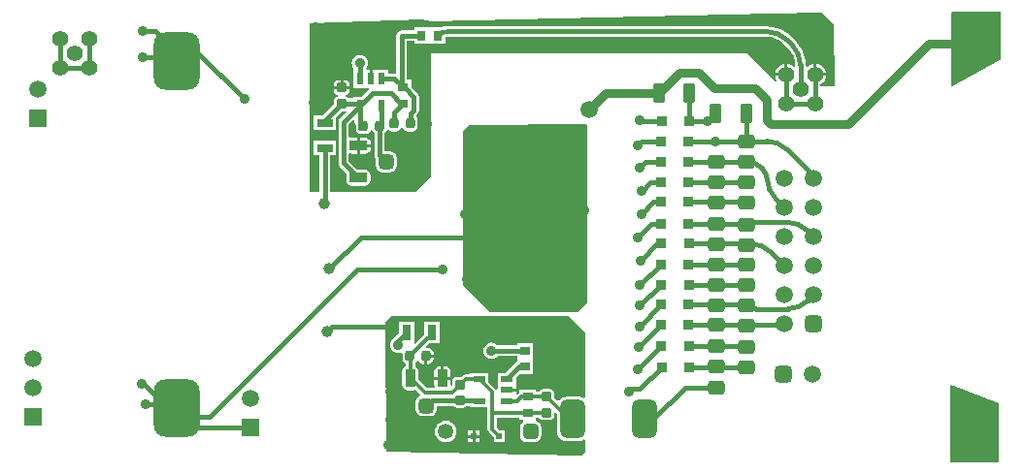
<source format=gbl>
G04 Layer_Physical_Order=2*
G04 Layer_Color=16711680*
%FSLAX25Y25*%
%MOIN*%
G70*
G01*
G75*
%ADD10C,0.01575*%
G04:AMPARAMS|DCode=11|XSize=35.43mil|YSize=31.5mil|CornerRadius=7.87mil|HoleSize=0mil|Usage=FLASHONLY|Rotation=0.000|XOffset=0mil|YOffset=0mil|HoleType=Round|Shape=RoundedRectangle|*
%AMROUNDEDRECTD11*
21,1,0.03543,0.01575,0,0,0.0*
21,1,0.01969,0.03150,0,0,0.0*
1,1,0.01575,0.00984,-0.00787*
1,1,0.01575,-0.00984,-0.00787*
1,1,0.01575,-0.00984,0.00787*
1,1,0.01575,0.00984,0.00787*
%
%ADD11ROUNDEDRECTD11*%
G04:AMPARAMS|DCode=12|XSize=35.43mil|YSize=31.5mil|CornerRadius=7.87mil|HoleSize=0mil|Usage=FLASHONLY|Rotation=90.000|XOffset=0mil|YOffset=0mil|HoleType=Round|Shape=RoundedRectangle|*
%AMROUNDEDRECTD12*
21,1,0.03543,0.01575,0,0,90.0*
21,1,0.01969,0.03150,0,0,90.0*
1,1,0.01575,0.00787,0.00984*
1,1,0.01575,0.00787,-0.00984*
1,1,0.01575,-0.00787,-0.00984*
1,1,0.01575,-0.00787,0.00984*
%
%ADD12ROUNDEDRECTD12*%
%ADD16R,0.03543X0.03543*%
%ADD17R,0.05512X0.03150*%
%ADD18R,0.03150X0.03543*%
G04:AMPARAMS|DCode=21|XSize=66.93mil|YSize=43.31mil|CornerRadius=10.83mil|HoleSize=0mil|Usage=FLASHONLY|Rotation=270.000|XOffset=0mil|YOffset=0mil|HoleType=Round|Shape=RoundedRectangle|*
%AMROUNDEDRECTD21*
21,1,0.06693,0.02165,0,0,270.0*
21,1,0.04528,0.04331,0,0,270.0*
1,1,0.02165,-0.01083,-0.02264*
1,1,0.02165,-0.01083,0.02264*
1,1,0.02165,0.01083,0.02264*
1,1,0.02165,0.01083,-0.02264*
%
%ADD21ROUNDEDRECTD21*%
%ADD26C,0.03150*%
%ADD27R,0.05906X0.05906*%
%ADD28C,0.05906*%
G04:AMPARAMS|DCode=29|XSize=59.06mil|YSize=59.06mil|CornerRadius=14.76mil|HoleSize=0mil|Usage=FLASHONLY|Rotation=90.000|XOffset=0mil|YOffset=0mil|HoleType=Round|Shape=RoundedRectangle|*
%AMROUNDEDRECTD29*
21,1,0.05906,0.02953,0,0,90.0*
21,1,0.02953,0.05906,0,0,90.0*
1,1,0.02953,0.01476,0.01476*
1,1,0.02953,0.01476,-0.01476*
1,1,0.02953,-0.01476,-0.01476*
1,1,0.02953,-0.01476,0.01476*
%
%ADD29ROUNDEDRECTD29*%
G04:AMPARAMS|DCode=30|XSize=59.06mil|YSize=59.06mil|CornerRadius=14.76mil|HoleSize=0mil|Usage=FLASHONLY|Rotation=0.000|XOffset=0mil|YOffset=0mil|HoleType=Round|Shape=RoundedRectangle|*
%AMROUNDEDRECTD30*
21,1,0.05906,0.02953,0,0,0.0*
21,1,0.02953,0.05906,0,0,0.0*
1,1,0.02953,0.01476,-0.01476*
1,1,0.02953,-0.01476,-0.01476*
1,1,0.02953,-0.01476,0.01476*
1,1,0.02953,0.01476,0.01476*
%
%ADD30ROUNDEDRECTD30*%
%ADD31C,0.05512*%
G04:AMPARAMS|DCode=32|XSize=53.15mil|YSize=53.15mil|CornerRadius=13.29mil|HoleSize=0mil|Usage=FLASHONLY|Rotation=180.000|XOffset=0mil|YOffset=0mil|HoleType=Round|Shape=RoundedRectangle|*
%AMROUNDEDRECTD32*
21,1,0.05315,0.02658,0,0,180.0*
21,1,0.02658,0.05315,0,0,180.0*
1,1,0.02658,-0.01329,0.01329*
1,1,0.02658,0.01329,0.01329*
1,1,0.02658,0.01329,-0.01329*
1,1,0.02658,-0.01329,-0.01329*
%
%ADD32ROUNDEDRECTD32*%
%ADD33C,0.05315*%
%ADD34C,0.03543*%
%ADD35C,0.03937*%
G04:AMPARAMS|DCode=36|XSize=196.85mil|YSize=157.48mil|CornerRadius=39.37mil|HoleSize=0mil|Usage=FLASHONLY|Rotation=90.000|XOffset=0mil|YOffset=0mil|HoleType=Round|Shape=RoundedRectangle|*
%AMROUNDEDRECTD36*
21,1,0.19685,0.07874,0,0,90.0*
21,1,0.11811,0.15748,0,0,90.0*
1,1,0.07874,0.03937,0.05906*
1,1,0.07874,0.03937,-0.05906*
1,1,0.07874,-0.03937,-0.05906*
1,1,0.07874,-0.03937,0.05906*
%
%ADD36ROUNDEDRECTD36*%
G04:AMPARAMS|DCode=37|XSize=51.18mil|YSize=51.18mil|CornerRadius=12.8mil|HoleSize=0mil|Usage=FLASHONLY|Rotation=90.000|XOffset=0mil|YOffset=0mil|HoleType=Round|Shape=RoundedRectangle|*
%AMROUNDEDRECTD37*
21,1,0.05118,0.02559,0,0,90.0*
21,1,0.02559,0.05118,0,0,90.0*
1,1,0.02559,0.01280,0.01280*
1,1,0.02559,0.01280,-0.01280*
1,1,0.02559,-0.01280,-0.01280*
1,1,0.02559,-0.01280,0.01280*
%
%ADD37ROUNDEDRECTD37*%
G04:AMPARAMS|DCode=38|XSize=62.99mil|YSize=35.43mil|CornerRadius=8.86mil|HoleSize=0mil|Usage=FLASHONLY|Rotation=0.000|XOffset=0mil|YOffset=0mil|HoleType=Round|Shape=RoundedRectangle|*
%AMROUNDEDRECTD38*
21,1,0.06299,0.01772,0,0,0.0*
21,1,0.04528,0.03543,0,0,0.0*
1,1,0.01772,0.02264,-0.00886*
1,1,0.01772,-0.02264,-0.00886*
1,1,0.01772,-0.02264,0.00886*
1,1,0.01772,0.02264,0.00886*
%
%ADD38ROUNDEDRECTD38*%
%ADD39R,0.03543X0.03150*%
%ADD40R,0.02362X0.04331*%
%ADD41R,0.01969X0.01969*%
G04:AMPARAMS|DCode=42|XSize=62.99mil|YSize=35.43mil|CornerRadius=8.86mil|HoleSize=0mil|Usage=FLASHONLY|Rotation=270.000|XOffset=0mil|YOffset=0mil|HoleType=Round|Shape=RoundedRectangle|*
%AMROUNDEDRECTD42*
21,1,0.06299,0.01772,0,0,270.0*
21,1,0.04528,0.03543,0,0,270.0*
1,1,0.01772,-0.00886,-0.02264*
1,1,0.01772,-0.00886,0.02264*
1,1,0.01772,0.00886,0.02264*
1,1,0.01772,0.00886,-0.02264*
%
%ADD42ROUNDEDRECTD42*%
G04:AMPARAMS|DCode=43|XSize=51.18mil|YSize=51.18mil|CornerRadius=12.8mil|HoleSize=0mil|Usage=FLASHONLY|Rotation=0.000|XOffset=0mil|YOffset=0mil|HoleType=Round|Shape=RoundedRectangle|*
%AMROUNDEDRECTD43*
21,1,0.05118,0.02559,0,0,0.0*
21,1,0.02559,0.05118,0,0,0.0*
1,1,0.02559,0.01280,-0.01280*
1,1,0.02559,-0.01280,-0.01280*
1,1,0.02559,-0.01280,0.01280*
1,1,0.02559,0.01280,0.01280*
%
%ADD43ROUNDEDRECTD43*%
%ADD44R,0.03150X0.05512*%
%ADD45R,0.04331X0.02362*%
G04:AMPARAMS|DCode=46|XSize=131.89mil|YSize=86.61mil|CornerRadius=21.65mil|HoleSize=0mil|Usage=FLASHONLY|Rotation=90.000|XOffset=0mil|YOffset=0mil|HoleType=Round|Shape=RoundedRectangle|*
%AMROUNDEDRECTD46*
21,1,0.13189,0.04331,0,0,90.0*
21,1,0.08858,0.08661,0,0,90.0*
1,1,0.04331,0.02165,0.04429*
1,1,0.04331,0.02165,-0.04429*
1,1,0.04331,-0.02165,-0.04429*
1,1,0.04331,-0.02165,0.04429*
%
%ADD46ROUNDEDRECTD46*%
G04:AMPARAMS|DCode=47|XSize=59.06mil|YSize=47.24mil|CornerRadius=11.81mil|HoleSize=0mil|Usage=FLASHONLY|Rotation=0.000|XOffset=0mil|YOffset=0mil|HoleType=Round|Shape=RoundedRectangle|*
%AMROUNDEDRECTD47*
21,1,0.05906,0.02362,0,0,0.0*
21,1,0.03543,0.04724,0,0,0.0*
1,1,0.02362,0.01772,-0.01181*
1,1,0.02362,-0.01772,-0.01181*
1,1,0.02362,-0.01772,0.01181*
1,1,0.02362,0.01772,0.01181*
%
%ADD47ROUNDEDRECTD47*%
%ADD48C,0.01181*%
G36*
X340748Y139862D02*
X340650Y139764D01*
X324276Y130705D01*
X323845Y130959D01*
X323787Y156142D01*
X324141Y156496D01*
X340748Y156496D01*
Y139862D01*
D02*
G37*
G36*
X198917Y117363D02*
Y56693D01*
X195571Y53347D01*
X165256D01*
X156102Y62500D01*
Y115453D01*
X158268Y117618D01*
X198563Y117716D01*
X198917Y117363D01*
D02*
G37*
G36*
X198130Y46358D02*
Y23914D01*
X197681Y23693D01*
X197651Y23716D01*
X196885Y24033D01*
X196063Y24141D01*
X191732D01*
X190910Y24033D01*
X190144Y23716D01*
X189486Y23211D01*
X189198Y22835D01*
X188560Y22766D01*
X187633Y23693D01*
Y25000D01*
X187496Y25691D01*
X187104Y26277D01*
X186518Y26669D01*
X185827Y26806D01*
X183858D01*
X183167Y26669D01*
X182581Y26277D01*
X182209Y25720D01*
X181201D01*
Y26673D01*
X175689D01*
Y25548D01*
X175243Y25250D01*
X175243Y25249D01*
X174887Y24894D01*
X174425Y25085D01*
Y25934D01*
X171260D01*
Y26934D01*
X174425D01*
Y28616D01*
X174409D01*
Y30770D01*
X175530Y31890D01*
X180315D01*
Y36902D01*
X180315Y37008D01*
Y37402D01*
X180315Y37508D01*
Y42520D01*
X174803D01*
Y41767D01*
X168131D01*
X168009Y41926D01*
X167433Y42368D01*
X166763Y42646D01*
X166043Y42740D01*
X165324Y42646D01*
X164654Y42368D01*
X164078Y41926D01*
X163636Y41350D01*
X163358Y40680D01*
X163264Y39961D01*
X163358Y39241D01*
X163636Y38571D01*
X164078Y37995D01*
X164654Y37553D01*
X165324Y37276D01*
X166043Y37181D01*
X166763Y37276D01*
X167433Y37553D01*
X168009Y37995D01*
X168131Y38154D01*
X174803D01*
Y37508D01*
X174803Y37402D01*
Y37008D01*
X174803Y36902D01*
Y36091D01*
X174257Y35726D01*
X170871Y32340D01*
X168110D01*
Y28616D01*
X168095D01*
Y26705D01*
X167595Y26553D01*
X167376Y26881D01*
X167376Y26881D01*
X164961Y29296D01*
Y32340D01*
X158661D01*
Y31780D01*
X157143D01*
X157143Y31780D01*
X156529Y31658D01*
X156008Y31310D01*
X155638Y30940D01*
X154331D01*
X153639Y30803D01*
X153053Y30411D01*
X152662Y29825D01*
X152524Y29134D01*
Y28095D01*
X152407Y28020D01*
X152255Y28060D01*
X151923Y28304D01*
Y29913D01*
X149114D01*
X146306D01*
Y28150D01*
X146415Y27598D01*
X146107Y27098D01*
X143834D01*
X140922Y30010D01*
Y32795D01*
X140777Y33525D01*
X140364Y34143D01*
X139745Y34557D01*
X139736Y34559D01*
Y35614D01*
X140057Y35829D01*
X140448Y36415D01*
X140485Y36600D01*
X140995D01*
X141033Y36409D01*
X141428Y35818D01*
X142019Y35423D01*
X142717Y35284D01*
X143004D01*
Y38091D01*
X143504D01*
Y38591D01*
X146114D01*
Y39075D01*
X145975Y39772D01*
X145580Y40363D01*
X144989Y40759D01*
X144291Y40897D01*
X143723D01*
X143532Y41359D01*
X144692Y42520D01*
X148130D01*
Y50000D01*
X143012D01*
Y45381D01*
X139840Y42209D01*
X139469Y42545D01*
Y50000D01*
X134351D01*
Y46255D01*
X132679Y44584D01*
X132400Y44166D01*
X131991Y43852D01*
X131549Y43277D01*
X131272Y42606D01*
X131177Y41887D01*
X131272Y41167D01*
X131549Y40497D01*
X131991Y39921D01*
X132567Y39479D01*
X133237Y39202D01*
X133957Y39107D01*
X134676Y39202D01*
X134935Y39309D01*
X135151Y39200D01*
X135398Y38960D01*
Y37106D01*
X135536Y36415D01*
X135927Y35829D01*
X136513Y35438D01*
X136524Y35435D01*
Y34559D01*
X136514Y34557D01*
X135896Y34143D01*
X135483Y33525D01*
X135337Y32795D01*
Y28268D01*
X135483Y27538D01*
X135896Y26919D01*
X136514Y26506D01*
X137244Y26361D01*
X139016D01*
X139745Y26506D01*
X139829Y26562D01*
X141526Y24865D01*
X141360Y24323D01*
X140691Y23876D01*
X140190Y23127D01*
X140015Y22244D01*
Y19685D01*
X140190Y18802D01*
X140691Y18053D01*
X141440Y17553D01*
X142323Y17377D01*
X144882D01*
X145765Y17553D01*
X146514Y18053D01*
X147014Y18802D01*
X147190Y19685D01*
Y21028D01*
X152881D01*
X153053Y20770D01*
X153639Y20378D01*
X154331Y20241D01*
X156299D01*
X156990Y20378D01*
X157576Y20770D01*
X157749Y21028D01*
X158661D01*
Y20529D01*
X164635D01*
Y12992D01*
X164635Y12992D01*
X164757Y12378D01*
X165105Y11857D01*
X166732Y10229D01*
Y8563D01*
X170669D01*
Y12500D01*
X169003D01*
X167846Y13657D01*
Y16997D01*
X175689D01*
Y16043D01*
X176865D01*
X177017Y15543D01*
X176472Y15179D01*
X175961Y14414D01*
X175782Y13512D01*
Y10854D01*
X175961Y9952D01*
X176472Y9187D01*
X177237Y8676D01*
X178140Y8496D01*
X180797D01*
X181700Y8676D01*
X182465Y9187D01*
X182976Y9952D01*
X183156Y10854D01*
Y13512D01*
X182976Y14414D01*
X182465Y15179D01*
X181700Y15691D01*
X181566Y15717D01*
X181201Y16043D01*
X181201Y16300D01*
Y16997D01*
X182340D01*
X182581Y16636D01*
X183167Y16244D01*
X183858Y16107D01*
X185827D01*
X186518Y16244D01*
X187104Y16636D01*
X187496Y17222D01*
X187633Y17913D01*
Y18498D01*
X188095Y18689D01*
X188555Y18229D01*
Y12106D01*
X188664Y11284D01*
X188981Y10518D01*
X189486Y9860D01*
X190144Y9355D01*
X190910Y9038D01*
X191732Y8929D01*
X196063D01*
X196885Y9038D01*
X197651Y9355D01*
X197681Y9378D01*
X198130Y9157D01*
Y5118D01*
X196910Y3898D01*
X129807Y5093D01*
X129528Y49902D01*
X131595Y51968D01*
X192520D01*
X198130Y46358D01*
D02*
G37*
G36*
X340256Y21987D02*
X340354Y21888D01*
Y1772D01*
X339999Y1420D01*
X328313Y1558D01*
X323622Y1641D01*
Y27846D01*
X324033Y28130D01*
X340256Y21987D01*
D02*
G37*
G36*
X283563Y152362D02*
X283853Y131360D01*
X283502Y131004D01*
X278810D01*
X278710Y131504D01*
X279040Y131641D01*
X279824Y132243D01*
X280427Y133027D01*
X280805Y133941D01*
X280868Y134421D01*
X277146D01*
Y134921D01*
X276646D01*
Y138644D01*
X276165Y138581D01*
X275252Y138202D01*
X274581Y137688D01*
X274158Y137789D01*
X274038Y137862D01*
X273954Y138082D01*
X273954D01*
X273808Y139929D01*
X273376Y141731D01*
X272667Y143443D01*
X271699Y145023D01*
X270495Y146432D01*
X270494Y146431D01*
X268872Y148053D01*
X268873Y148054D01*
X267464Y149258D01*
X265884Y150226D01*
X264172Y150935D01*
X262370Y151367D01*
X260523Y151513D01*
Y151511D01*
X150866D01*
X150832Y151504D01*
X149597Y151383D01*
X148608Y151083D01*
X144980D01*
Y151083D01*
X144980D01*
X144980Y151083D01*
X144587D01*
X144587D01*
Y151083D01*
X139469D01*
Y150133D01*
X135138D01*
X134447Y149996D01*
X133861Y149604D01*
X133469Y149018D01*
X133331Y148327D01*
Y135594D01*
X132945Y135276D01*
X132724Y135320D01*
X130502D01*
Y136664D01*
X126778D01*
Y136679D01*
X125097D01*
Y133514D01*
X124097D01*
Y136679D01*
X123260D01*
X123014Y137179D01*
X123175Y137390D01*
X123453Y138060D01*
X123547Y138779D01*
X123453Y139499D01*
X123175Y140169D01*
X122733Y140745D01*
X122158Y141187D01*
X121487Y141464D01*
X120768Y141559D01*
X120048Y141464D01*
X119378Y141187D01*
X118802Y140745D01*
X118360Y140169D01*
X118083Y139499D01*
X117988Y138779D01*
X118083Y138060D01*
X118360Y137390D01*
X118572Y137114D01*
X118691Y136664D01*
X118691Y136664D01*
X118691D01*
X118691Y136664D01*
Y130364D01*
X122416D01*
Y130349D01*
X123997D01*
X124148Y129849D01*
X123959Y129722D01*
X121452Y127215D01*
X118691D01*
Y126708D01*
X117001D01*
X116829Y126966D01*
X116243Y127358D01*
X116058Y127395D01*
Y127904D01*
X116249Y127942D01*
X116840Y128337D01*
X117235Y128929D01*
X117374Y129626D01*
Y129913D01*
X111760D01*
Y129626D01*
X111899Y128929D01*
X112294Y128337D01*
X112885Y127942D01*
X113076Y127904D01*
Y127395D01*
X112891Y127358D01*
X112305Y126966D01*
X111914Y126380D01*
X111776Y125689D01*
Y124666D01*
X107977Y120866D01*
X105020D01*
Y115748D01*
X112500D01*
Y120280D01*
X114528Y122308D01*
X115551D01*
X115909Y122379D01*
X116155Y121918D01*
X113979Y119742D01*
X113587Y119156D01*
X113450Y118465D01*
Y104449D01*
X113587Y103758D01*
X113979Y103172D01*
X116207Y100944D01*
X116085Y100335D01*
Y98563D01*
X116231Y97833D01*
X116644Y97215D01*
X117262Y96801D01*
X117992Y96656D01*
X122520D01*
X123249Y96801D01*
X123868Y97215D01*
X124281Y97833D01*
X124426Y98563D01*
Y100335D01*
X124281Y101064D01*
X123868Y101683D01*
X123249Y102096D01*
X122520Y102241D01*
X120018D01*
X117062Y105197D01*
Y107424D01*
X117562Y107734D01*
X118110Y107624D01*
X119874D01*
Y110433D01*
Y113242D01*
X118110D01*
X117562Y113133D01*
X117062Y113442D01*
Y117716D01*
X118588Y119242D01*
X119050Y119051D01*
Y118612D01*
X119188Y117921D01*
X119454Y117523D01*
Y116339D01*
X119591Y115647D01*
X119983Y115061D01*
X120569Y114670D01*
X121260Y114532D01*
X122835D01*
X123526Y114670D01*
X124112Y115061D01*
X124504Y115647D01*
X124548Y115872D01*
X125058D01*
X125103Y115647D01*
X125494Y115061D01*
X125753Y114889D01*
Y107185D01*
X125890Y106494D01*
X126235Y105977D01*
Y103642D01*
X126411Y102758D01*
X126911Y102010D01*
X127660Y101509D01*
X128543Y101334D01*
X131102D01*
X131986Y101509D01*
X132735Y102010D01*
X133235Y102758D01*
X133411Y103642D01*
Y106201D01*
X133235Y107084D01*
X132735Y107833D01*
X131986Y108333D01*
X131102Y108509D01*
X129365D01*
Y114889D01*
X129624Y115061D01*
X130015Y115647D01*
X130023Y115684D01*
X130307Y115779D01*
X130559Y115819D01*
X131100Y115457D01*
X131791Y115320D01*
X133366D01*
X134057Y115457D01*
X134643Y115849D01*
X135035Y116435D01*
X135080Y116660D01*
X135590D01*
X135634Y116435D01*
X136026Y115849D01*
X136612Y115457D01*
X137303Y115320D01*
X138878D01*
X139569Y115457D01*
X140155Y115849D01*
X140547Y116435D01*
X140684Y117126D01*
Y119095D01*
X140547Y119786D01*
X140155Y120372D01*
X140110Y120973D01*
X140549Y121412D01*
X140940Y121998D01*
X141078Y122689D01*
Y127306D01*
X140940Y127998D01*
X140549Y128584D01*
X138484Y130648D01*
Y133069D01*
X136944D01*
Y146520D01*
X139469D01*
Y145571D01*
X141800D01*
D01*
X144587D01*
Y145571D01*
X144587D01*
X144980D01*
X144980Y145571D01*
X144980D01*
Y145571D01*
X150098D01*
Y147803D01*
X150113Y147809D01*
X150837Y147904D01*
X150866Y147898D01*
X260523D01*
X260605Y147915D01*
X262126Y147765D01*
X263668Y147297D01*
X265089Y146538D01*
X266271Y145568D01*
X266317Y145499D01*
X267939Y143876D01*
X268009Y143830D01*
X268979Y142648D01*
X269738Y141227D01*
X270206Y139685D01*
X270356Y138164D01*
X270339Y138082D01*
Y137707D01*
X269866Y137546D01*
X269824Y137600D01*
X269040Y138202D01*
X268126Y138581D01*
X267646Y138644D01*
Y134921D01*
X267146D01*
Y134421D01*
X263423D01*
X263487Y133941D01*
X263865Y133027D01*
X263943Y132926D01*
X263566Y132596D01*
X253937Y142224D01*
X145177D01*
Y99902D01*
X139764Y94488D01*
X110566D01*
Y107087D01*
X112500D01*
Y112205D01*
X105020D01*
Y107087D01*
X106954D01*
Y94488D01*
X103543D01*
Y152657D01*
X142357Y153734D01*
X145177Y153248D01*
X262064Y155901D01*
X279705Y156220D01*
X283563Y152362D01*
D02*
G37*
%LPC*%
G36*
X162024Y12516D02*
X160539D01*
Y11032D01*
X162024D01*
Y12516D01*
D02*
G37*
G36*
X148614Y34600D02*
X148228D01*
X147493Y34454D01*
X146869Y34037D01*
X146452Y33413D01*
X146306Y32677D01*
Y30913D01*
X148614D01*
Y34600D01*
D02*
G37*
G36*
X162024Y10031D02*
X160539D01*
Y8547D01*
X162024D01*
Y10031D01*
D02*
G37*
G36*
X159539D02*
X158055D01*
Y8547D01*
X159539D01*
Y10031D01*
D02*
G37*
G36*
Y12516D02*
X158055D01*
Y11032D01*
X159539D01*
Y12516D01*
D02*
G37*
G36*
X150256Y15856D02*
X149305Y15731D01*
X148419Y15364D01*
X147659Y14781D01*
X147075Y14020D01*
X146708Y13134D01*
X146583Y12183D01*
X146708Y11232D01*
X147075Y10347D01*
X147659Y9586D01*
X148419Y9002D01*
X149305Y8635D01*
X150256Y8510D01*
X151207Y8635D01*
X152093Y9002D01*
X152853Y9586D01*
X153437Y10347D01*
X153804Y11232D01*
X153929Y12183D01*
X153804Y13134D01*
X153437Y14020D01*
X152853Y14781D01*
X152093Y15364D01*
X151207Y15731D01*
X150256Y15856D01*
D02*
G37*
G36*
X146114Y37591D02*
X144004D01*
Y35284D01*
X144291D01*
X144989Y35423D01*
X145580Y35818D01*
X145975Y36409D01*
X146114Y37106D01*
Y37591D01*
D02*
G37*
G36*
X150000Y34600D02*
X149614D01*
Y30913D01*
X151923D01*
Y32677D01*
X151776Y33413D01*
X151360Y34037D01*
X150736Y34454D01*
X150000Y34600D01*
D02*
G37*
G36*
X115551Y133023D02*
X115067D01*
Y130913D01*
X117374D01*
Y131201D01*
X117235Y131898D01*
X116840Y132489D01*
X116249Y132885D01*
X115551Y133023D01*
D02*
G37*
G36*
X114067D02*
X113583D01*
X112885Y132885D01*
X112294Y132489D01*
X111899Y131898D01*
X111760Y131201D01*
Y130913D01*
X114067D01*
Y133023D01*
D02*
G37*
G36*
X277646Y138644D02*
Y135421D01*
X280868D01*
X280805Y135902D01*
X280427Y136815D01*
X279824Y137600D01*
X279040Y138202D01*
X278126Y138581D01*
X277646Y138644D01*
D02*
G37*
G36*
X266646D02*
X266165Y138581D01*
X265251Y138202D01*
X264467Y137600D01*
X263865Y136815D01*
X263487Y135902D01*
X263423Y135421D01*
X266646D01*
Y138644D01*
D02*
G37*
G36*
X122638Y113242D02*
X120874D01*
Y110933D01*
X124561D01*
Y111319D01*
X124414Y112055D01*
X123997Y112679D01*
X123374Y113095D01*
X122638Y113242D01*
D02*
G37*
G36*
X124561Y109933D02*
X120874D01*
Y107624D01*
X122638D01*
X123374Y107771D01*
X123997Y108188D01*
X124414Y108811D01*
X124561Y109547D01*
Y109933D01*
D02*
G37*
%LPD*%
D10*
X150866Y149705D02*
G03*
X147539Y148327I0J-4705D01*
G01*
X267594Y146776D02*
G03*
X260523Y149705I-7071J-7071D01*
G01*
X272146Y138082D02*
G03*
X269217Y145153I-10000J0D01*
G01*
X265723Y48720D02*
G03*
X266673Y49114I0J1344D01*
G01*
X253543Y55709D02*
G03*
X256870Y54331I3327J3327D01*
G01*
X267748D02*
G03*
X274819Y57260I0J10000D01*
G01*
X261945Y73843D02*
G03*
X254874Y76772I-7071J-7071D01*
G01*
X254535Y84154D02*
G03*
X253347Y83661I0J-1680D01*
G01*
X274563Y81225D02*
G03*
X267492Y84154I-7071J-7071D01*
G01*
X254842Y104823D02*
G03*
X253642Y104921I-1200J-7267D01*
G01*
X258862Y102752D02*
G03*
X258859Y102755I-4665J-4659D01*
G01*
X260731Y98973D02*
G03*
X258862Y102752I-6534J-880D01*
G01*
X254842Y104823D02*
G03*
X253642Y104921I-1200J-7267D01*
G01*
X260790Y98093D02*
G03*
X258859Y102755I-6593J0D01*
G01*
X258850Y102764D02*
G03*
X253642Y104921I-5208J-5208D01*
G01*
X260728Y99201D02*
G03*
X263657Y92130I10000J0D01*
G01*
X276673Y99114D02*
G03*
X276116Y100458I-1901J0D01*
G01*
X267496Y109079D02*
G03*
X260425Y112008I-7071J-7071D01*
G01*
X18032Y137323D02*
Y147323D01*
Y137323D02*
X28032D01*
Y147028D01*
X135728Y130509D02*
X136068D01*
X139272Y127306D01*
Y122689D02*
Y127306D01*
X138091Y121508D02*
X139272Y122689D01*
X138091Y118110D02*
Y121508D01*
X132579Y121848D02*
X135728Y124998D01*
X132579Y118110D02*
Y121848D01*
X127559Y107185D02*
X129823Y104921D01*
X127559Y107185D02*
Y117421D01*
X120857Y118612D02*
Y124065D01*
Y118612D02*
X122047Y117421D01*
X127559D02*
X128337Y118199D01*
Y124065D01*
X125236Y128445D02*
X131398D01*
X120857Y124065D02*
X125236Y128445D01*
X135138Y131100D02*
Y148327D01*
X132724Y133514D02*
X135138Y131100D01*
X135728Y130509D01*
X142027Y148327D02*
X142028Y148327D01*
X135138Y148327D02*
X142027D01*
X119980Y67815D02*
X149213D01*
X69311Y17146D02*
X119980Y67815D01*
X57933Y17146D02*
X69311D01*
X109449Y46555D02*
X111221Y48327D01*
X131496D01*
X110236Y68110D02*
X121161Y79035D01*
X157776D01*
X213989Y26870D02*
X216929D01*
X57854Y139449D02*
Y142618D01*
X65059D02*
X81201Y126476D01*
X57854Y142618D02*
X65059D01*
X57933Y17146D02*
X61398Y13681D01*
X83169D01*
X108760Y90748D02*
Y109646D01*
X108661Y90650D02*
X108760Y90748D01*
X46437Y28642D02*
X53622Y21457D01*
X57933Y17146D01*
X47244Y21457D02*
X53622D01*
X45768Y28642D02*
X46437D01*
X46161Y140847D02*
X56083D01*
X57854Y142618D01*
X46063Y149902D02*
X50571D01*
X57854Y142618D01*
X267146Y124921D02*
Y134921D01*
Y124921D02*
X277146D01*
Y134921D01*
X120857Y133514D02*
Y138779D01*
X120768D02*
X120857D01*
X108760Y119095D02*
X114567Y124902D01*
X108760Y118307D02*
Y119095D01*
X120020Y124902D02*
X120857Y124065D01*
X114567Y124902D02*
X120020D01*
X115256Y118465D02*
X120857Y124065D01*
X115256Y104449D02*
Y118465D01*
Y104449D02*
X120256Y99449D01*
X131398Y128445D02*
X134845Y124998D01*
X135728D01*
X128337Y133514D02*
X132724D01*
X150866Y149705D02*
X260523D01*
X267594Y146776D02*
X269217Y145153D01*
X272146Y129921D02*
Y138082D01*
X133957Y43307D02*
X136909Y46260D01*
X133957Y41887D02*
Y43307D01*
X166043Y39961D02*
X166339Y39665D01*
X166634Y39961D01*
X177559D01*
X149114Y30413D02*
Y32480D01*
X161671Y22835D02*
X161811Y22694D01*
X155315Y22835D02*
X161671D01*
X145472D02*
X155315D01*
X143602Y20965D02*
X145472Y22835D01*
X175534Y34449D02*
X177559D01*
X171260Y30174D02*
X175534Y34449D01*
X221654Y16535D02*
X232480Y27362D01*
X218701Y16535D02*
X221654D01*
X232480Y27362D02*
X243110D01*
X242914Y48720D02*
X265723D01*
X233661Y55709D02*
X253543D01*
X256870Y54331D02*
X267748D01*
X274819Y57260D02*
X276673Y59114D01*
X243110Y76772D02*
X254874D01*
X261945Y73843D02*
X266673Y69114D01*
X254535Y84154D02*
X267492D01*
X274563Y81225D02*
X276673Y79114D01*
X242520Y104823D02*
X254842D01*
X258850Y102764D02*
X258859Y102755D01*
X258850Y102764D02*
X258850Y102764D01*
X263657Y92130D02*
X266673Y89114D01*
X267496Y109079D02*
X276116Y100458D01*
X253642Y112008D02*
X260425D01*
X233563Y83661D02*
X243110D01*
X233957Y128445D02*
X234055Y128543D01*
X233957Y118996D02*
Y128445D01*
Y118996D02*
X240157D01*
X253445Y121654D02*
X253642Y121457D01*
Y112008D02*
Y121457D01*
X242868Y111909D02*
X253543D01*
X233661D02*
X242762D01*
Y111864D02*
X242868D01*
X233661Y104823D02*
X242520D01*
X242520Y104823D01*
X242512Y104831D02*
X242520Y104823D01*
X243209Y97835D02*
X253642D01*
X233661D02*
X243110D01*
Y97736D02*
X243209Y97638D01*
X243110Y91142D02*
X253248D01*
X233661D02*
X243095D01*
X243042Y83729D02*
X243110Y83661D01*
X233760Y76772D02*
X243088D01*
Y76695D02*
X243110Y76673D01*
Y69685D02*
X253543D01*
X233563D02*
X243035D01*
Y69662D02*
X243110Y69587D01*
X243110Y62697D02*
X253445D01*
X233760D02*
X243041D01*
Y62628D02*
X243110Y62697D01*
X243209Y55315D02*
Y55512D01*
X233661Y48720D02*
X242717D01*
Y48524D02*
X242914D01*
X233760Y41634D02*
X242421D01*
Y41437D02*
X242914D01*
X243110Y34350D02*
X253544D01*
X233858D02*
X243012D01*
Y34547D02*
X243110Y34449D01*
X243209Y27165D02*
Y27264D01*
X216929Y119291D02*
X217224Y118996D01*
X224508D01*
X216339Y110630D02*
X217618Y111909D01*
X224213D01*
X216929Y102854D02*
X218898Y104823D01*
X224213D01*
X217421Y94685D02*
X220571Y97835D01*
X217421Y94685D02*
Y94784D01*
X220571Y97835D02*
X224213D01*
X217421Y87008D02*
X221555Y91142D01*
X224213D01*
X216240Y79035D02*
X220866Y83661D01*
X224114D01*
X217126Y70866D02*
X223031Y76772D01*
X224311D01*
X216831Y62402D02*
X224114Y69685D01*
X216831Y55413D02*
X217028D01*
X224311Y62697D01*
X216777Y48273D02*
X224213Y55709D01*
X216634Y41142D02*
X224213Y48720D01*
X216240Y33563D02*
X224311Y41634D01*
X216929Y26870D02*
X224410Y34350D01*
X253543Y111909D02*
X253642Y112008D01*
X253642Y97835D02*
X253642Y97835D01*
X243110Y83661D02*
X253347D01*
X253543Y69685D02*
X253642Y69587D01*
X243110Y41634D02*
X253347D01*
X253642Y41339D01*
X253544Y34350D02*
X253642Y34252D01*
D11*
X114567Y124902D02*
D03*
Y130413D02*
D03*
X155315Y28346D02*
D03*
Y22835D02*
D03*
X184843Y18701D02*
D03*
Y24213D02*
D03*
D12*
X138091Y118110D02*
D03*
X132579D02*
D03*
X122047Y117323D02*
D03*
X127559D02*
D03*
X137992Y38091D02*
D03*
X143504D02*
D03*
D16*
X233858Y34350D02*
D03*
X224410D02*
D03*
X233760Y41634D02*
D03*
X224311D02*
D03*
X233661Y48720D02*
D03*
X224213D02*
D03*
X233661Y55709D02*
D03*
X224213D02*
D03*
X233760Y62697D02*
D03*
X224311D02*
D03*
X233563Y69685D02*
D03*
X224114D02*
D03*
X233760Y76772D02*
D03*
X224311D02*
D03*
X233563Y83661D02*
D03*
X224114D02*
D03*
X233661Y91142D02*
D03*
X224213D02*
D03*
X233661Y97835D02*
D03*
X224213D02*
D03*
X233661Y104823D02*
D03*
X224213D02*
D03*
X233661Y111909D02*
D03*
X224213D02*
D03*
X233957Y118996D02*
D03*
X224508D02*
D03*
D17*
X108760Y109646D02*
D03*
Y118307D02*
D03*
D18*
X147539Y148327D02*
D03*
X142028D02*
D03*
D21*
X234055Y128543D02*
D03*
X223425D02*
D03*
X253445Y121654D02*
D03*
X242815D02*
D03*
D26*
X261910Y117815D02*
X288484D01*
X316240Y145571D02*
X330217D01*
X288484Y117815D02*
X316240Y145571D01*
X260433Y119291D02*
X261910Y117815D01*
X260433Y119291D02*
Y126279D01*
X256398Y130315D02*
X260433Y126279D01*
X242618Y130315D02*
X256398D01*
X237303Y135630D02*
X242618Y130315D01*
X230512Y135630D02*
X237303D01*
X223425Y128543D02*
X230512Y135630D01*
X199705Y123031D02*
X205216Y128543D01*
X223425D01*
D27*
X10335Y119882D02*
D03*
X83169Y13681D02*
D03*
X8563Y17126D02*
D03*
D28*
X10335Y129882D02*
D03*
X266673Y49114D02*
D03*
X276673Y59114D02*
D03*
X266673D02*
D03*
X276673Y69114D02*
D03*
X266673D02*
D03*
X276673Y79114D02*
D03*
X266673D02*
D03*
X276673Y89114D02*
D03*
X266673D02*
D03*
X276673Y99114D02*
D03*
X266673D02*
D03*
X83169Y23681D02*
D03*
X8563Y27126D02*
D03*
Y37126D02*
D03*
X276240Y31890D02*
D03*
X199705Y123031D02*
D03*
D29*
X276673Y49114D02*
D03*
D30*
X266240Y31890D02*
D03*
D31*
X267146Y124921D02*
D03*
Y134921D02*
D03*
X277146D02*
D03*
Y124921D02*
D03*
X272146Y129921D02*
D03*
X28032Y137323D02*
D03*
X18032D02*
D03*
Y147323D02*
D03*
X28032D02*
D03*
X23031Y142323D02*
D03*
D32*
X179469Y12183D02*
D03*
D33*
X150256D02*
D03*
D34*
X338779Y148819D02*
D03*
X338976Y141339D02*
D03*
X332087Y137303D02*
D03*
X325787Y135039D02*
D03*
Y141732D02*
D03*
X325886Y149213D02*
D03*
X326575Y154823D02*
D03*
X331299D02*
D03*
X334744D02*
D03*
X338779Y154626D02*
D03*
X172933Y62795D02*
D03*
X213090Y25886D02*
D03*
X81201Y126476D02*
D03*
X149213Y67815D02*
D03*
X47244Y21457D02*
D03*
X45768Y28642D02*
D03*
X46161Y140847D02*
D03*
X46063Y149902D02*
D03*
X105020Y125295D02*
D03*
X105118Y137894D02*
D03*
X105709Y151181D02*
D03*
X123425Y151476D02*
D03*
X131791D02*
D03*
X143602Y142717D02*
D03*
Y132382D02*
D03*
X143898Y117717D02*
D03*
X143307Y100689D02*
D03*
X138583Y96260D02*
D03*
X130315Y96063D02*
D03*
X113484Y96457D02*
D03*
X120768Y138779D02*
D03*
X157776Y79035D02*
D03*
X157677Y64468D02*
D03*
X195276Y60532D02*
D03*
X179331Y86319D02*
D03*
X179232Y100984D02*
D03*
X156988Y86713D02*
D03*
X197933Y88090D02*
D03*
X197244Y114567D02*
D03*
X158760Y114469D02*
D03*
X133957Y41887D02*
D03*
X189665Y28346D02*
D03*
X190157Y37303D02*
D03*
X175492Y49311D02*
D03*
X153150Y49508D02*
D03*
X131496Y48327D02*
D03*
X131201Y35827D02*
D03*
X131299Y25787D02*
D03*
Y16339D02*
D03*
X130709Y7480D02*
D03*
X144193Y6988D02*
D03*
X154232Y6890D02*
D03*
X163779Y7087D02*
D03*
X175000Y7185D02*
D03*
X183465Y6496D02*
D03*
X189075Y6890D02*
D03*
X166043Y39961D02*
D03*
X240157Y118996D02*
D03*
X242762Y111864D02*
D03*
X242512Y104831D02*
D03*
X243209Y97638D02*
D03*
X243095Y90763D02*
D03*
X243042Y83729D02*
D03*
X243088Y76695D02*
D03*
X243035Y69662D02*
D03*
X243041Y62628D02*
D03*
X243209Y55315D02*
D03*
X242717Y48524D02*
D03*
X242421Y41437D02*
D03*
X243012Y34547D02*
D03*
X243209Y27165D02*
D03*
X216929Y119291D02*
D03*
X216339Y110630D02*
D03*
X216929Y102854D02*
D03*
X217421Y94784D02*
D03*
Y87008D02*
D03*
X216240Y79035D02*
D03*
X217126Y70866D02*
D03*
X216831Y62402D02*
D03*
Y55413D02*
D03*
X216777Y48273D02*
D03*
X216634Y41142D02*
D03*
X216240Y33563D02*
D03*
D35*
X109449Y46555D02*
D03*
X110236Y68110D02*
D03*
X108661Y90650D02*
D03*
D36*
X57776Y20059D02*
D03*
X57854Y139508D02*
D03*
D37*
X129823Y104921D02*
D03*
D38*
X120256Y99449D02*
D03*
X120374Y110433D02*
D03*
D39*
X135728Y124998D02*
D03*
Y130509D02*
D03*
X178445Y24114D02*
D03*
Y18602D02*
D03*
X177559Y39961D02*
D03*
Y34449D02*
D03*
D40*
X120857Y124065D02*
D03*
X128337D02*
D03*
Y133514D02*
D03*
X124597D02*
D03*
X120857D02*
D03*
D41*
X160039Y10531D02*
D03*
X168701D02*
D03*
D42*
X149114Y30413D02*
D03*
X138130Y30531D02*
D03*
D43*
X143602Y20965D02*
D03*
D44*
X136909Y46260D02*
D03*
X145571D02*
D03*
D45*
X161811Y30174D02*
D03*
Y22694D02*
D03*
X171260D02*
D03*
Y26434D02*
D03*
Y30174D02*
D03*
D46*
X193898Y16535D02*
D03*
X218701D02*
D03*
D47*
X253642Y34252D02*
D03*
Y41339D02*
D03*
X253642Y104921D02*
D03*
Y112008D02*
D03*
X243110Y104823D02*
D03*
Y97736D02*
D03*
X253642Y90748D02*
D03*
Y97835D02*
D03*
X243110Y90748D02*
D03*
Y83661D02*
D03*
X253642Y76279D02*
D03*
Y83366D02*
D03*
X243110Y76673D02*
D03*
Y69587D02*
D03*
X253642Y62500D02*
D03*
Y69587D02*
D03*
X243110Y62697D02*
D03*
Y55610D02*
D03*
X253642Y48524D02*
D03*
Y55610D02*
D03*
X243110Y48720D02*
D03*
Y41634D02*
D03*
X243110Y34449D02*
D03*
Y27362D02*
D03*
D48*
X166240Y12992D02*
Y25745D01*
X166960Y18602D02*
X178445D01*
X166240Y12992D02*
X168701Y10531D01*
X161811Y30174D02*
X166240Y25745D01*
X152461Y25492D02*
X155315Y28346D01*
X143169Y25492D02*
X152461D01*
X192520Y16535D02*
X193898D01*
X184843Y24213D02*
X192520Y16535D01*
X178445Y18602D02*
X184744D01*
X184843Y18701D01*
X178445Y24114D02*
X184744D01*
X176378D02*
X178445D01*
X184744D02*
X184843Y24213D01*
X174958Y22694D02*
X176378Y24114D01*
X171260Y22694D02*
X174958D01*
X157143Y30174D02*
X161811D01*
X155315Y28346D02*
X157143Y30174D01*
X138130Y30531D02*
X143169Y25492D01*
X138130Y30531D02*
Y37953D01*
X145571Y45669D02*
Y46260D01*
X137992Y38091D02*
X145571Y45669D01*
M02*

</source>
